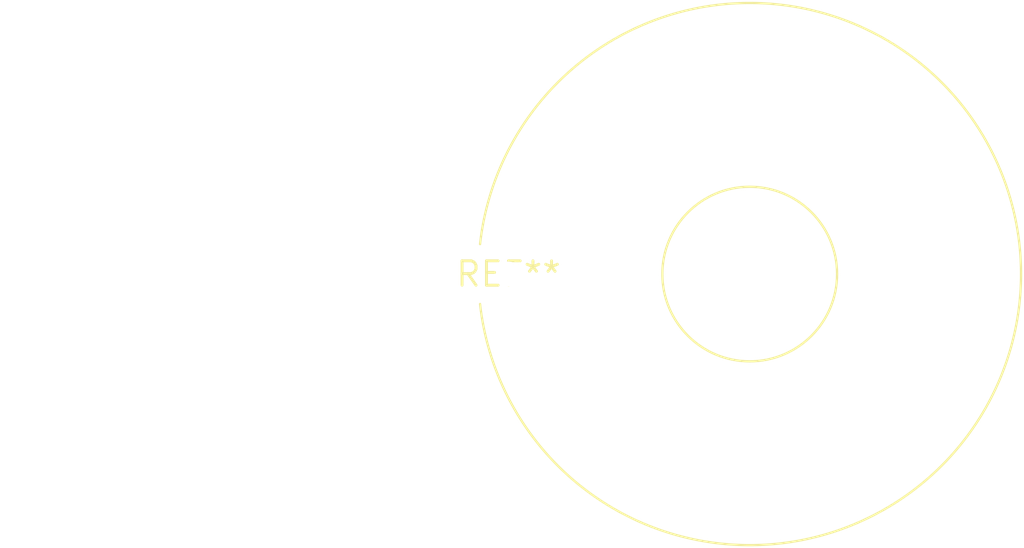
<source format=kicad_pcb>
(kicad_pcb (version 20240108) (generator pcbnew)
  (layers (0 "F.Cu" signal) (31 "B.Cu" signal) (34 "B.Paste" user) (35 "F.Paste" user) (36 "B.SilkS" user "B.Silkscreen") (37 "F.SilkS" user "F.Silkscreen") (38 "B.Mask" user) (39 "F.Mask" user) (44 "Edge.Cuts" user))
  (net 0 "")
  (footprint "L_Toroid_Horizontal_D28.0mm_P25.10mm_Bourns_2200" (layer "F.Cu") (at 0 0)
    (property "Reference" "REF**")
    (property "Value" "L_Toroid_Horizontal_D28.0mm_P25.10mm_Bourns_2200")
    (fp_arc (start -1.48356 -1.56) (mid 26.67 0) (end -1.48356 1.56) (layer "F.SilkS") (stroke (width 0.12)))
    (fp_circle (center 12.55 0) (end 17.096667 0) (layer "F.SilkS") (stroke (width 0.12)) (fill none))
    (pad "1" thru_hole circle (at 0 0) (size 2.6 2.6) (drill 1.3) (layers *.Cu *.Mask) (remove_unused_layers))
    (pad "2" thru_hole circle (at 25.1 0) (size 2.6 2.6) (drill 1.3) (layers *.Cu *.Mask) (remove_unused_layers))
  )
)
</source>
